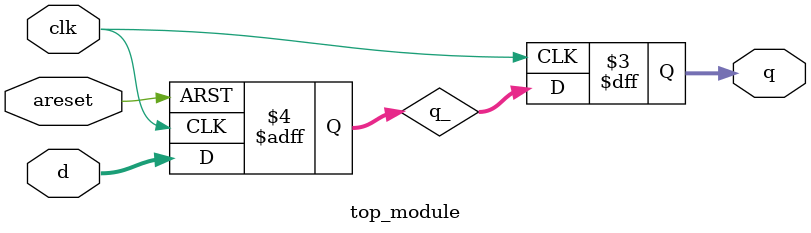
<source format=sv>
module top_module(
  input clk,
  input [7:0] d,
  input areset,
  output reg [7:0] q);

  reg [7:0] q_;

  always @(posedge clk or posedge areset) begin
    if (areset)
      q_ <= 8'b0;
    else
      q_ <= d;
  end

  always @(posedge clk) begin
    q <= q_;
  end

endmodule

</source>
